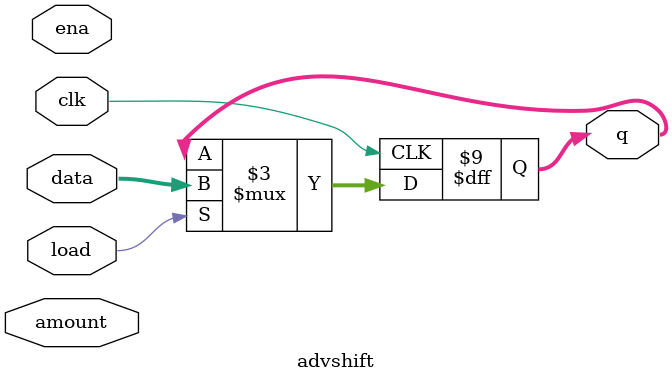
<source format=v>
module advshift(input clk,
input load,
input ena,
input [1:0] amount,
input [63:0] data,
output reg [63:0] q); 
// when load is high, assign data[63:0] to shift register q.
// if ena is high, shift q.
// amount: Chooses which direction and how much to shift.
// 2'b00: shift left by 1 bit.
// 2'b01: shift left by 8 bits.
// 2'b10: shift right by 1 bit.
// 2'b11: shift right by 8 bits.


always @(posedge clk)
    if (load)
        q <= data;
    else
        ena <= 0;

endmodule

</source>
